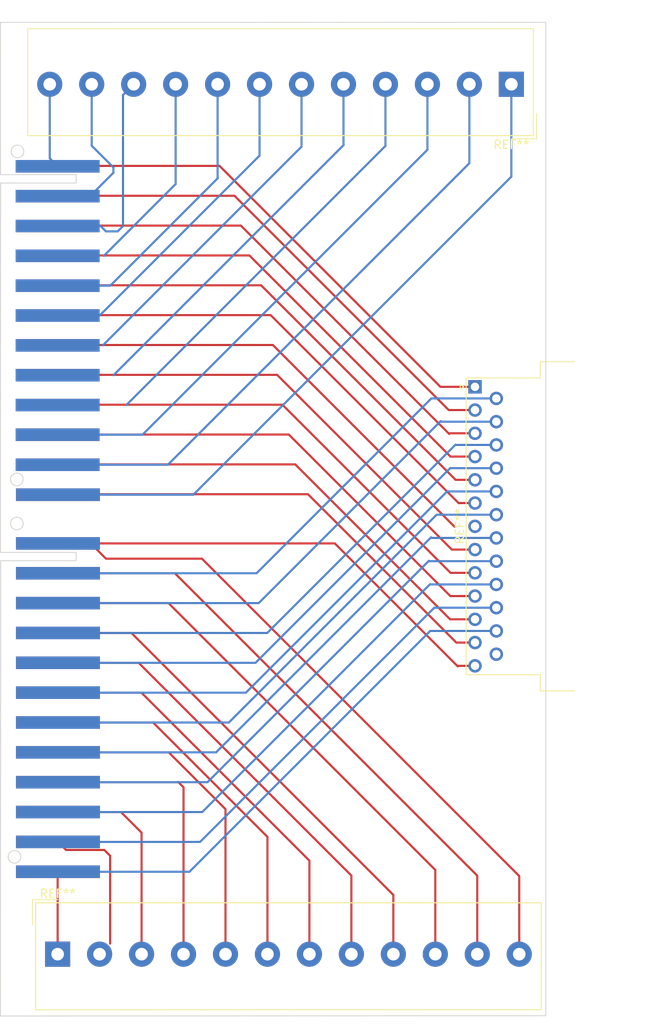
<source format=kicad_pcb>
(kicad_pcb (version 20221018) (generator pcbnew)
  (layers (0 "F.Cu" signal) (31 "B.Cu" signal) (34 "B.Paste" user) (35 "F.Paste" user) (36 "B.SilkS" user "B.Silkscreen") (37 "F.SilkS" user "F.Silkscreen") (38 "B.Mask" user) (39 "F.Mask" user) (44 "Edge.Cuts" user))
  (net 0 "")
  (footprint "" (layer "F.Cu") (at 117.944178 88)
    (fp_text reference "" (at 0 0) (layer "F.SilkS") (effects (font (size 1.27 1.27))))
    (fp_text value "" (at 0 0) (layer "F.SilkS") (effects (font (size 1.27 1.27))))
    (pad "9" smd rect (at 0 0 90) (size 1.5 10) (layers "F.Cu" "F.Paste" "F.Mask"))
  )
  (footprint "infnoise_goldfingers:Gold Finger PCB" (layer "F.Cu") (at 123.569728 124.04 -90)
    (fp_text reference "SW2" hide)
    (fp_text value "MC74VHC1G66DFT1G" hide)
    (pad "1" smd rect (at -19.558 5.588 270) (size 1.5 10) (layers "F.Cu" "F.Paste" "F.Mask"))
    (pad "2" smd rect (at -16.002 5.588 270) (size 1.5 10) (layers "F.Cu" "F.Paste" "F.Mask"))
    (pad "3" smd rect (at -12.446 5.588 270) (size 1.5 10) (layers "F.Cu" "F.Paste" "F.Mask"))
    (pad "4" smd rect (at -8.89 5.588 270) (size 1.5 10) (layers "F.Cu" "F.Paste" "F.Mask"))
    (pad "5" smd rect (at -5.334 5.588 270) (size 1.5 10) (layers "F.Cu" "F.Paste" "F.Mask"))
    (pad "6" smd rect (at -1.778 5.588 270) (size 1.5 10) (layers "F.Cu" "F.Paste" "F.Mask"))
    (pad "7" smd rect (at 1.778 5.588 270) (size 1.5 10) (layers "F.Cu" "F.Paste" "F.Mask"))
    (pad "8" smd rect (at 5.334 5.588 270) (size 1.5 10) (layers "F.Cu" "F.Paste" "F.Mask"))
    (pad "9" smd rect (at 8.89 5.588 270) (size 1.5 10) (layers "F.Cu" "F.Paste" "F.Mask"))
    (pad "10" smd rect (at 12.446 5.588 270) (size 1.5 10) (layers "F.Cu" "F.Paste" "F.Mask"))
    (pad "11" smd rect (at 16.002 5.588 270) (size 1.5 10) (layers "F.Cu" "F.Paste" "F.Mask"))
    (pad "12" smd rect (at 19.558 5.588 270) (size 1.5 10) (layers "F.Cu" "F.Paste" "F.Mask"))
  )
  (footprint "" (layer "F.Cu") (at 117.944178 63.108)
    (fp_text reference "" (at 0 0) (layer "F.SilkS") (effects (font (size 1.27 1.27))))
    (fp_text value "" (at 0 0) (layer "F.SilkS") (effects (font (size 1.27 1.27))))
    (pad "2" smd rect (at 0 0 90) (size 1.5 10) (layers "F.Cu" "F.Paste" "F.Mask"))
  )
  (footprint "" (layer "F.Cu") (at 117.944178 80.888)
    (fp_text reference "" (at 0 0) (layer "F.SilkS") (effects (font (size 1.27 1.27))))
    (fp_text value "" (at 0 0) (layer "F.SilkS") (effects (font (size 1.27 1.27))))
    (pad "7" smd rect (at 0 0 90) (size 1.5 10) (layers "F.Cu" "F.Paste" "F.Mask"))
  )
  (footprint "" (layer "F.Cu") (at 117.944178 91.532)
    (fp_text reference "" (at 0 0) (layer "F.SilkS") (effects (font (size 1.27 1.27))))
    (fp_text value "" (at 0 0) (layer "F.SilkS") (effects (font (size 1.27 1.27))))
    (pad "10" smd rect (at 0 0 90) (size 1.5 10) (layers "F.Cu" "F.Paste" "F.Mask"))
  )
  (footprint "infnoise_goldfingers:Gold Finger single" (layer "F.Cu") (at 112.356178 39.994 90)
    (fp_text reference "SW2" hide)
    (fp_text value "MC74VHC1G66DFT1G" hide)
    (pad "1" smd rect (at -19.558 5.588 90) (size 1.5 10) (layers "F.Cu" "F.Paste" "F.Mask"))
  )
  (footprint "" (layer "F.Cu") (at 117.944178 70.22)
    (fp_text reference "" (at 0 0) (layer "F.SilkS") (effects (font (size 1.27 1.27))))
    (fp_text value "" (at 0 0) (layer "F.SilkS") (effects (font (size 1.27 1.27))))
    (pad "4" smd rect (at 0 0 90) (size 1.5 10) (layers "F.Cu" "F.Paste" "F.Mask"))
  )
  (footprint "TerminalBlock_Altech:Altech_AK300_1x12_P5.00mm_45-Degree" (layer "F.Cu") (at 171.999996 49.784 180)
    (fp_text reference "REF**" (at 0 -7.2) (layer "F.SilkS"))
    (fp_text value "Altech_AK300_1x12_P5.00mm_45-Degree")
    (fp_line (start -3 -6.5) (end 0 -6.5) (stroke (width 0.12)) (layer "F.SilkS"))
    (fp_line (start -3 -3.5) (end -3 -6.5) (stroke (width 0.12)) (layer "F.SilkS"))
    (fp_line (start -2.62 -6.12) (end -2.62 6.62) (stroke (width 0.12)) (layer "F.SilkS"))
    (fp_line (start -2.62 -6.12) (end -2.62 6.62) (stroke (width 0.12)) (layer "F.SilkS"))
    (fp_line (start -2.62 -6.12) (end 57.62 -6.12) (stroke (width 0.12)) (layer "F.SilkS"))
    (fp_line (start -2.62 -6.12) (end 57.62 -6.12) (stroke (width 0.12)) (layer "F.SilkS"))
    (fp_line (start -2.62 6.62) (end 57.62 6.62) (stroke (width 0.12)) (layer "F.SilkS"))
    (fp_line (start -2.62 6.62) (end 57.62 6.62) (stroke (width 0.12)) (layer "F.SilkS"))
    (fp_line (start 57.62 -6.12) (end 57.62 6.62) (stroke (width 0.12)) (layer "F.SilkS"))
    (fp_line (start 57.62 -6.12) (end 57.62 6.62) (stroke (width 0.12)) (layer "F.SilkS"))
    (pad "1" thru_hole rect (at 0 0 180) (size 3 3) (drill 1.5) (layers "*.Cu" "*.Mask"))
    (pad "2" thru_hole circle (at 5 0 180) (size 3 3) (drill 1.5) (layers "*.Cu" "*.Mask"))
    (pad "3" thru_hole circle (at 10 0 180) (size 3 3) (drill 1.5) (layers "*.Cu" "*.Mask"))
    (pad "4" thru_hole circle (at 15 0 180) (size 3 3) (drill 1.5) (layers "*.Cu" "*.Mask"))
    (pad "5" thru_hole circle (at 20 0 180) (size 3 3) (drill 1.5) (layers "*.Cu" "*.Mask"))
    (pad "6" thru_hole circle (at 25 0 180) (size 3 3) (drill 1.5) (layers "*.Cu" "*.Mask"))
    (pad "7" thru_hole circle (at 30 0 180) (size 3 3) (drill 1.5) (layers "*.Cu" "*.Mask"))
    (pad "8" thru_hole circle (at 35 0 180) (size 3 3) (drill 1.5) (layers "*.Cu" "*.Mask"))
    (pad "9" thru_hole circle (at 40 0 180) (size 3 3) (drill 1.5) (layers "*.Cu" "*.Mask"))
    (pad "10" thru_hole circle (at 45 0 180) (size 3 3) (drill 1.5) (layers "*.Cu" "*.Mask"))
    (pad "11" thru_hole circle (at 50 0 180) (size 3 3) (drill 1.5) (layers "*.Cu" "*.Mask"))
    (pad "12" thru_hole circle (at 55 0 180) (size 3 3) (drill 1.5) (layers "*.Cu" "*.Mask"))
  )
  (footprint "Connector_Dsub:DSUB-25_Female_Horizontal_P2.77x2.54mm_EdgePinOffset9.40mm" (layer "F.Cu") (at 167.669647 85.825 90)
    (fp_text reference "REF**" (at -16.62 -1.8 90) (layer "F.SilkS"))
    (fp_text value "DSUB-25_Female_Horizontal_P2.77x2.54mm_EdgePinOffset9.40mm")
    (fp_line (start -36.23 7.78) (end -34.3 7.78) (stroke (width 0.12)) (layer "F.SilkS"))
    (fp_line (start -36.23 11.88) (end -36.23 7.78) (stroke (width 0.12)) (layer "F.SilkS"))
    (fp_line (start -34.3 -1.06) (end 1.06 -1.06) (stroke (width 0.12)) (layer "F.SilkS"))
    (fp_line (start -34.3 7.78) (end -34.3 -1.06) (stroke (width 0.12)) (layer "F.SilkS"))
    (fp_line (start -0.25 -1.754338) (end 0.25 -1.754338) (stroke (width 0.12)) (layer "F.SilkS"))
    (fp_line (start 0 -1.321325) (end -0.25 -1.754338) (stroke (width 0.12)) (layer "F.SilkS"))
    (fp_line (start 0.25 -1.754338) (end 0 -1.321325) (stroke (width 0.12)) (layer "F.SilkS"))
    (fp_line (start 1.06 -1.06) (end 1.06 7.78) (stroke (width 0.12)) (layer "F.SilkS"))
    (fp_line (start 1.06 7.78) (end 2.99 7.78) (stroke (width 0.12)) (layer "F.SilkS"))
    (fp_line (start 2.99 7.78) (end 2.99 11.88) (stroke (width 0.12)) (layer "F.SilkS"))
    (pad "1" thru_hole rect (at 0 0 90) (size 1.6 1.6) (drill 1) (layers "*.Cu" "*.Mask"))
    (pad "2" thru_hole circle (at -2.77 0 90) (size 1.6 1.6) (drill 1) (layers "*.Cu" "*.Mask"))
    (pad "3" thru_hole circle (at -5.54 0 90) (size 1.6 1.6) (drill 1) (layers "*.Cu" "*.Mask"))
    (pad "4" thru_hole circle (at -8.31 0 90) (size 1.6 1.6) (drill 1) (layers "*.Cu" "*.Mask"))
    (pad "5" thru_hole circle (at -11.08 0 90) (size 1.6 1.6) (drill 1) (layers "*.Cu" "*.Mask"))
    (pad "6" thru_hole circle (at -13.85 0 90) (size 1.6 1.6) (drill 1) (layers "*.Cu" "*.Mask"))
    (pad "7" thru_hole circle (at -16.62 0 90) (size 1.6 1.6) (drill 1) (layers "*.Cu" "*.Mask"))
    (pad "8" thru_hole circle (at -19.39 0 90) (size 1.6 1.6) (drill 1) (layers "*.Cu" "*.Mask"))
    (pad "9" thru_hole circle (at -22.16 0 90) (size 1.6 1.6) (drill 1) (layers "*.Cu" "*.Mask"))
    (pad "10" thru_hole circle (at -24.93 0 90) (size 1.6 1.6) (drill 1) (layers "*.Cu" "*.Mask"))
    (pad "11" thru_hole circle (at -27.7 0 90) (size 1.6 1.6) (drill 1) (layers "*.Cu" "*.Mask"))
    (pad "12" thru_hole circle (at -30.47 0 90) (size 1.6 1.6) (drill 1) (layers "*.Cu" "*.Mask"))
    (pad "13" thru_hole circle (at -33.24 0 90) (size 1.6 1.6) (drill 1) (layers "*.Cu" "*.Mask"))
    (pad "14" thru_hole circle (at -1.385 2.54 90) (size 1.6 1.6) (drill 1) (layers "*.Cu" "*.Mask"))
    (pad "15" thru_hole circle (at -4.155 2.54 90) (size 1.6 1.6) (drill 1) (layers "*.Cu" "*.Mask"))
    (pad "16" thru_hole circle (at -6.925 2.54 90) (size 1.6 1.6) (drill 1) (layers "*.Cu" "*.Mask"))
    (pad "17" thru_hole circle (at -9.695 2.54 90) (size 1.6 1.6) (drill 1) (layers "*.Cu" "*.Mask"))
    (pad "18" thru_hole circle (at -12.465 2.54 90) (size 1.6 1.6) (drill 1) (layers "*.Cu" "*.Mask"))
    (pad "19" thru_hole circle (at -15.235 2.54 90) (size 1.6 1.6) (drill 1) (layers "*.Cu" "*.Mask"))
    (pad "20" thru_hole circle (at -18.005 2.54 90) (size 1.6 1.6) (drill 1) (layers "*.Cu" "*.Mask"))
    (pad "21" thru_hole circle (at -20.775 2.54 90) (size 1.6 1.6) (drill 1) (layers "*.Cu" "*.Mask"))
    (pad "22" thru_hole circle (at -23.545 2.54 90) (size 1.6 1.6) (drill 1) (layers "*.Cu" "*.Mask"))
    (pad "23" thru_hole circle (at -26.315 2.54 90) (size 1.6 1.6) (drill 1) (layers "*.Cu" "*.Mask"))
    (pad "24" thru_hole circle (at -29.085 2.54 90) (size 1.6 1.6) (drill 1) (layers "*.Cu" "*.Mask"))
    (pad "25" thru_hole circle (at -31.855 2.54 90) (size 1.6 1.6) (drill 1) (layers "*.Cu" "*.Mask"))
  )
  (footprint "" (layer "F.Cu") (at 117.944178 84.444)
    (fp_text reference "" (at 0 0) (layer "F.SilkS") (effects (font (size 1.27 1.27))))
    (fp_text value "" (at 0 0) (layer "F.SilkS") (effects (font (size 1.27 1.27))))
    (pad "8" smd rect (at 0 0 90) (size 1.5 10) (layers "F.Cu" "F.Paste" "F.Mask"))
  )
  (footprint "TerminalBlock_Altech:Altech_AK300_1x12_P5.00mm_45-Degree" (layer "F.Cu") (at 117.940996 153.416)
    (fp_text reference "REF**" (at 0 -7.2) (layer "F.SilkS"))
    (fp_text value "Altech_AK300_1x12_P5.00mm_45-Degree")
    (fp_line (start -3 -6.5) (end 0 -6.5) (stroke (width 0.12)) (layer "F.SilkS"))
    (fp_line (start -3 -3.5) (end -3 -6.5) (stroke (width 0.12)) (layer "F.SilkS"))
    (fp_line (start -2.62 -6.12) (end -2.62 6.62) (stroke (width 0.12)) (layer "F.SilkS"))
    (fp_line (start -2.62 -6.12) (end -2.62 6.62) (stroke (width 0.12)) (layer "F.SilkS"))
    (fp_line (start -2.62 -6.12) (end 57.62 -6.12) (stroke (width 0.12)) (layer "F.SilkS"))
    (fp_line (start -2.62 -6.12) (end 57.62 -6.12) (stroke (width 0.12)) (layer "F.SilkS"))
    (fp_line (start -2.62 6.62) (end 57.62 6.62) (stroke (width 0.12)) (layer "F.SilkS"))
    (fp_line (start -2.62 6.62) (end 57.62 6.62) (stroke (width 0.12)) (layer "F.SilkS"))
    (fp_line (start 57.62 -6.12) (end 57.62 6.62) (stroke (width 0.12)) (layer "F.SilkS"))
    (fp_line (start 57.62 -6.12) (end 57.62 6.62) (stroke (width 0.12)) (layer "F.SilkS"))
    (pad "1" thru_hole rect (at 0 0) (size 3 3) (drill 1.5) (layers "*.Cu" "*.Mask"))
    (pad "2" thru_hole circle (at 5 0) (size 3 3) (drill 1.5) (layers "*.Cu" "*.Mask"))
    (pad "3" thru_hole circle (at 10 0) (size 3 3) (drill 1.5) (layers "*.Cu" "*.Mask"))
    (pad "4" thru_hole circle (at 15 0) (size 3 3) (drill 1.5) (layers "*.Cu" "*.Mask"))
    (pad "5" thru_hole circle (at 20 0) (size 3 3) (drill 1.5) (layers "*.Cu" "*.Mask"))
    (pad "6" thru_hole circle (at 25 0) (size 3 3) (drill 1.5) (layers "*.Cu" "*.Mask"))
    (pad "7" thru_hole circle (at 30 0) (size 3 3) (drill 1.5) (layers "*.Cu" "*.Mask"))
    (pad "8" thru_hole circle (at 35 0) (size 3 3) (drill 1.5) (layers "*.Cu" "*.Mask"))
    (pad "9" thru_hole circle (at 40 0) (size 3 3) (drill 1.5) (layers "*.Cu" "*.Mask"))
    (pad "10" thru_hole circle (at 45 0) (size 3 3) (drill 1.5) (layers "*.Cu" "*.Mask"))
    (pad "11" thru_hole circle (at 50 0) (size 3 3) (drill 1.5) (layers "*.Cu" "*.Mask"))
    (pad "12" thru_hole circle (at 55 0) (size 3 3) (drill 1.5) (layers "*.Cu" "*.Mask"))
  )
  (footprint "infnoise_goldfingers:Gold Finger single" (layer "F.Cu") (at 112.394982 79.121 90)
    (fp_text reference "SW2" hide)
    (fp_text value "MC74VHC1G66DFT1G" hide)
    (pad "12" smd rect (at -19.558 5.588 90) (size 1.5 10) (layers "F.Cu" "F.Paste" "F.Mask"))
  )
  (footprint "" (layer "F.Cu") (at 117.944178 95.112)
    (fp_text reference "" (at 0 0) (layer "F.SilkS") (effects (font (size 1.27 1.27))))
    (fp_text value "" (at 0 0) (layer "F.SilkS") (effects (font (size 1.27 1.27))))
    (pad "11" smd rect (at 0 0 90) (size 1.5 10) (layers "F.Cu" "F.Paste" "F.Mask"))
  )
  (footprint "" (layer "F.Cu") (at 117.944178 77.332)
    (fp_text reference "" (at 0 0) (layer "F.SilkS") (effects (font (size 1.27 1.27))))
    (fp_text value "" (at 0 0) (layer "F.SilkS") (effects (font (size 1.27 1.27))))
    (pad "6" smd rect (at 0 0 90) (size 1.5 10) (layers "F.Cu" "F.Paste" "F.Mask"))
  )
  (footprint "" (layer "F.Cu") (at 117.944178 66.664)
    (fp_text reference "" (at 0 0) (layer "F.SilkS") (effects (font (size 1.27 1.27))))
    (fp_text value "" (at 0 0) (layer "F.SilkS") (effects (font (size 1.27 1.27))))
    (pad "3" smd rect (at 0 0 90) (size 1.5 10) (layers "F.Cu" "F.Paste" "F.Mask"))
  )
  (footprint "" (layer "F.Cu") (at 117.944178 73.776)
    (fp_text reference "" (at 0 0) (layer "F.SilkS") (effects (font (size 1.27 1.27))))
    (fp_text value "" (at 0 0) (layer "F.SilkS") (effects (font (size 1.27 1.27))))
    (pad "5" smd rect (at 0 0 90) (size 1.5 10) (layers "F.Cu" "F.Paste" "F.Mask"))
  )
  (footprint "" (layer "B.Cu") (at 117.981728 125.818 180)
    (fp_text reference "" (at 0 0) (layer "B.SilkS") (effects (font (size 1.27 1.27)) (justify mirror)))
    (fp_text value "" (at 0 0) (layer "B.SilkS") (effects (font (size 1.27 1.27)) (justify mirror)))
    (pad "7" smd rect (at 0 0 90) (size 1.5 10) (layers "B.Cu" "B.Paste" "B.Mask"))
  )
  (footprint "" (layer "B.Cu") (at 117.981728 129.374 180)
    (fp_text reference "" (at 0 0) (layer "B.SilkS") (effects (font (size 1.27 1.27)) (justify mirror)))
    (fp_text value "" (at 0 0) (layer "B.SilkS") (effects (font (size 1.27 1.27)) (justify mirror)))
    (pad "8" smd rect (at 0 0 90) (size 1.5 10) (layers "B.Cu" "B.Paste" "B.Mask"))
  )
  (footprint "infnoise_goldfingers:Gold Finger single" (layer "B.Cu") (at 112.393728 124.04 -90)
    (fp_text reference "SW2" hide)
    (fp_text value "MC74VHC1G66DFT1G" hide)
    (pad "1" smd rect (at -19.558 -5.588 270) (size 1.5 10) (layers "B.Cu" "B.Paste" "B.Mask"))
  )
  (footprint "" (layer "B.Cu") (at 117.981728 111.594 180)
    (fp_text reference "" (at 0 0) (layer "B.SilkS") (effects (font (size 1.27 1.27)) (justify mirror)))
    (fp_text value "" (at 0 0) (layer "B.SilkS") (effects (font (size 1.27 1.27)) (justify mirror)))
    (pad "3" smd rect (at 0 0 90) (size 1.5 10) (layers "B.Cu" "B.Paste" "B.Mask"))
  )
  (footprint "" (layer "B.Cu") (at 117.981728 132.93 180)
    (fp_text reference "" (at 0 0) (layer "B.SilkS") (effects (font (size 1.27 1.27)) (justify mirror)))
    (fp_text value "" (at 0 0) (layer "B.SilkS") (effects (font (size 1.27 1.27)) (justify mirror)))
    (pad "9" smd rect (at 0 0 90) (size 1.5 10) (layers "B.Cu" "B.Paste" "B.Mask"))
  )
  (footprint "" (layer "B.Cu") (at 117.981728 115.15 180)
    (fp_text reference "" (at 0 0) (layer "B.SilkS") (effects (font (size 1.27 1.27)) (justify mirror)))
    (fp_text value "" (at 0 0) (layer "B.SilkS") (effects (font (size 1.27 1.27)) (justify mirror)))
    (pad "4" smd rect (at 0 0 90) (size 1.5 10) (layers "B.Cu" "B.Paste" "B.Mask"))
  )
  (footprint "" (layer "B.Cu") (at 117.981728 140.042 180)
    (fp_text reference "" (at 0 0) (layer "B.SilkS") (effects (font (size 1.27 1.27)) (justify mirror)))
    (fp_text value "" (at 0 0) (layer "B.SilkS") (effects (font (size 1.27 1.27)) (justify mirror)))
    (pad "11" smd rect (at 0 0 90) (size 1.5 10) (layers "B.Cu" "B.Paste" "B.Mask"))
  )
  (footprint "" (layer "B.Cu") (at 117.981728 143.598 180)
    (fp_text reference "" (at 0 0) (layer "B.SilkS") (effects (font (size 1.27 1.27)) (justify mirror)))
    (fp_text value "" (at 0 0) (layer "B.SilkS") (effects (font (size 1.27 1.27)) (justify mirror)))
    (pad "12" smd rect (at 0 0 90) (size 1.5 10) (layers "B.Cu" "B.Paste" "B.Mask"))
  )
  (footprint "" (layer "B.Cu") (at 117.981728 108.038 180)
    (fp_text reference "" (at 0 0) (layer "B.SilkS") (effects (font (size 1.27 1.27)) (justify mirror)))
    (fp_text value "" (at 0 0) (layer "B.SilkS") (effects (font (size 1.27 1.27)) (justify mirror)))
    (pad "2" smd rect (at 0 0 90) (size 1.5 10) (layers "B.Cu" "B.Paste" "B.Mask"))
  )
  (footprint "" (layer "B.Cu") (at 117.981728 118.706 180)
    (fp_text reference "" (at 0 0) (layer "B.SilkS") (effects (font (size 1.27 1.27)) (justify mirror)))
    (fp_text value "" (at 0 0) (layer "B.SilkS") (effects (font (size 1.27 1.27)) (justify mirror)))
    (pad "5" smd rect (at 0 0 90) (size 1.5 10) (layers "B.Cu" "B.Paste" "B.Mask"))
  )
  (footprint "" (layer "B.Cu") (at 117.981728 122.262 180)
    (fp_text reference "" (at 0 0) (layer "B.SilkS") (effects (font (size 1.27 1.27)) (justify mirror)))
    (fp_text value "" (at 0 0) (layer "B.SilkS") (effects (font (size 1.27 1.27)) (justify mirror)))
    (pad "6" smd rect (at 0 0 90) (size 1.5 10) (layers "B.Cu" "B.Paste" "B.Mask"))
  )
  (footprint "" (layer "B.Cu") (at 117.981728 136.486 180)
    (fp_text reference "" (at 0 0) (layer "B.SilkS") (effects (font (size 1.27 1.27)) (justify mirror)))
    (fp_text value "" (at 0 0) (layer "B.SilkS") (effects (font (size 1.27 1.27)) (justify mirror)))
    (pad "10" smd rect (at 0 0 90) (size 1.5 10) (layers "B.Cu" "B.Paste" "B.Mask"))
  )
  (footprint "infnoise_goldfingers:Gold Finger PCB bottom" (layer "B.Cu") (at 112.356178 77.054 -90)
    (fp_text reference "SW2" hide)
    (fp_text value "MC74VHC1G66DFT1G" hide)
    (pad "1" smd rect (at 21.625 -5.626804 270) (size 1.5 10) (layers "B.Cu" "B.Paste" "B.Mask"))
    (pad "2" smd rect (at 18.058 -5.588 270) (size 1.5 10) (layers "B.Cu" "B.Paste" "B.Mask"))
    (pad "3" smd rect (at 14.478 -5.588 270) (size 1.5 10) (layers "B.Cu" "B.Paste" "B.Mask"))
    (pad "4" smd rect (at 10.946 -5.588 270) (size 1.5 10) (layers "B.Cu" "B.Paste" "B.Mask"))
    (pad "5" smd rect (at 7.39 -5.588 270) (size 1.5 10) (layers "B.Cu" "B.Paste" "B.Mask"))
    (pad "6" smd rect (at 3.834 -5.588 270) (size 1.5 10) (layers "B.Cu" "B.Paste" "B.Mask"))
    (pad "7" smd rect (at 0.278 -5.588 270) (size 1.5 10) (layers "B.Cu" "B.Paste" "B.Mask"))
    (pad "8" smd rect (at -3.278 -5.588 270) (size 1.5 10) (layers "B.Cu" "B.Paste" "B.Mask"))
    (pad "9" smd rect (at -6.834 -5.588 270) (size 1.5 10) (layers "B.Cu" "B.Paste" "B.Mask"))
    (pad "10" smd rect (at -10.39 -5.588 270) (size 1.5 10) (layers "B.Cu" "B.Paste" "B.Mask"))
    (pad "11" smd rect (at -13.946 -5.588 270) (size 1.5 10) (layers "B.Cu" "B.Paste" "B.Mask"))
    (pad "12" smd rect (at -17.502 -5.588 270) (size 1.5 10) (layers "B.Cu" "B.Paste" "B.Mask"))
  )
  (gr_line (start 120.14998 106.55) (end 111.16385 106.544279) (stroke (width 0.1)) (layer "Edge.Cuts"))
  (gr_line (start 120.14998 60.55) (end 120.14998 61.55) (stroke (width 0.1)) (layer "Edge.Cuts"))
  (gr_line (start 120.14998 60.55) (end 111.136278 60.548294) (stroke (width 0.1)) (layer "Edge.Cuts"))
  (gr_line (start 176.09998 160.75) (end 176.09998 42.4) (stroke (width 0.1)) (layer "Edge.Cuts"))
  (gr_line (start 111.124996 160.782) (end 176.09998 160.75) (stroke (width 0.1)) (layer "Edge.Cuts"))
  (gr_line (start 111.16385 106.544279) (end 111.124996 160.782) (stroke (width 0.1)) (layer "Edge.Cuts"))
  (gr_line (start 120.14998 61.55) (end 111.147457 61.548738) (stroke (width 0.1)) (layer "Edge.Cuts"))
  (gr_line (start 111.124996 42.418) (end 111.136278 60.548294) (stroke (width 0.1)) (layer "Edge.Cuts"))
  (gr_line (start 176.09998 42.4) (end 111.124996 42.418) (stroke (width 0.1)) (layer "Edge.Cuts"))
  (gr_circle (center 113.07998 96.855282) (end 113.47998 97.495282) (stroke (width 0.1)) (fill none) (layer "Edge.Cuts"))
  (gr_circle (center 113.15998 57.785282) (end 113.55998 58.425282) (stroke (width 0.1)) (fill none) (layer "Edge.Cuts"))
  (gr_circle (center 112.79998 141.815282) (end 113.19998 142.455282) (stroke (width 0.1)) (fill none) (layer "Edge.Cuts"))
  (gr_line (start 120.14998 105.55) (end 120.14998 106.55) (stroke (width 0.1)) (layer "Edge.Cuts"))
  (gr_circle (center 113.07998 102.11) (end 113.47998 102.75) (stroke (width 0.1)) (fill none) (layer "Edge.Cuts"))
  (gr_line (start 111.147457 61.548738) (end 111.126124 105.550821) (stroke (width 0.1)) (layer "Edge.Cuts"))
  (gr_line (start 120.14998 105.55) (end 111.126124 105.550821) (stroke (width 0.1)) (layer "Edge.Cuts"))
  (segment (start 123.697996 106.299) (end 135.127996 106.299) (width 0.25) (layer "F.Cu") (net 0))
  (segment (start 117.981728 122.262) (end 127.926196 122.262) (width 0.25) (layer "F.Cu") (net 0))
  (segment (start 127.595996 118.706) (end 152.940996 144.051) (width 0.25) (layer "F.Cu") (net 0))
  (segment (start 117.925928 91.512) (end 145.48698 91.512) (width 0.25) (layer "F.Cu") (net 0))
  (segment (start 164.70598 113.525) (end 167.669647 113.525) (width 0.25) (layer "F.Cu") (net 0))
  (segment (start 165.73498 99.695) (end 165.75498 99.675) (width 0) (layer "F.Cu") (net 0))
  (segment (start 117.981728 115.15) (end 126.732396 115.15) (width 0.25) (layer "F.Cu") (net 0))
  (segment (start 122.940996 153.416) (end 124.199996 152.157) (width 0) (layer "F.Cu") (net 0))
  (segment (start 165.35798 96.905) (end 167.669647 96.905) (width 0.25) (layer "F.Cu") (net 0))
  (segment (start 127.926196 122.262) (end 147.940996 142.2768) (width 0.25) (layer "F.Cu") (net 0))
  (segment (start 117.981728 104.482) (end 121.880996 104.482) (width 0.25) (layer "F.Cu") (net 0))
  (segment (start 117.981728 118.706) (end 127.595996 118.706) (width 0.25) (layer "F.Cu") (net 0))
  (segment (start 165.66898 119.065) (end 167.669647 119.065) (width 0.25) (layer "F.Cu") (net 0))
  (segment (start 147.77298 98.624) (end 165.44398 116.295) (width 0.25) (layer "F.Cu") (net 0))
  (segment (start 131.151996 111.594) (end 162.940996 143.383) (width 0.25) (layer "F.Cu") (net 0))
  (segment (start 117.925928 95.068) (end 146.24898 95.068) (width 0.25) (layer "F.Cu") (net 0))
  (segment (start 117.925928 77.288) (end 143.32798 77.288) (width 0.25) (layer "F.Cu") (net 0))
  (segment (start 117.940996 143.638732) (end 117.981728 143.598) (width 0) (layer "F.Cu") (net 0))
  (segment (start 117.925928 98.624) (end 147.77298 98.624) (width 0.25) (layer "F.Cu") (net 0))
  (segment (start 117.981728 129.374) (end 131.173996 129.374) (width 0.25) (layer "F.Cu") (net 0))
  (segment (start 144.08998 84.4) (end 164.90498 105.215) (width 0.25) (layer "F.Cu") (net 0))
  (segment (start 131.913996 108.038) (end 167.940996 144.065) (width 0.25) (layer "F.Cu") (net 0))
  (segment (start 132.299996 132.9) (end 132.269996 132.93) (width 0.25) (layer "F.Cu") (net 0))
  (segment (start 117.940996 153.416) (end 117.940996 143.638732) (width 0.25) (layer "F.Cu") (net 0))
  (segment (start 165.27098 102.445) (end 167.669647 102.445) (width 0) (layer "F.Cu") (net 0))
  (segment (start 117.981728 111.594) (end 131.151996 111.594) (width 0.25) (layer "F.Cu") (net 0))
  (segment (start 117.925928 84.4) (end 144.08998 84.4) (width 0.25) (layer "F.Cu") (net 0))
  (segment (start 162.940996 143.383) (end 162.940996 153.416) (width 0.25) (layer "F.Cu") (net 0))
  (segment (start 165.75498 99.675) (end 167.669647 99.675) (width 0.25) (layer "F.Cu") (net 0))
  (segment (start 117.925928 63.064) (end 139.00998 63.064) (width 0.25) (layer "F.Cu") (net 0))
  (segment (start 139.77198 66.62) (end 164.59198 91.44) (width 0.25) (layer "F.Cu") (net 0))
  (segment (start 129.317996 125.818) (end 142.940996 139.441) (width 0.25) (layer "F.Cu") (net 0))
  (segment (start 142.940996 139.441) (end 142.940996 153.416) (width 0.25) (layer "F.Cu") (net 0))
  (segment (start 164.59198 91.44) (end 164.66698 91.365) (width 0) (layer "F.Cu") (net 0))
  (segment (start 132.940996 133.541) (end 132.299996 132.9) (width 0.25) (layer "F.Cu") (net 0))
  (segment (start 117.925928 59.508) (end 137.23198 59.508) (width 0.25) (layer "F.Cu") (net 0))
  (segment (start 117.981728 125.818) (end 129.317996 125.818) (width 0.25) (layer "F.Cu") (net 0))
  (segment (start 117.925928 87.956) (end 144.72498 87.956) (width 0.25) (layer "F.Cu") (net 0))
  (segment (start 117.981728 108.038) (end 131.913996 108.038) (width 0.25) (layer "F.Cu") (net 0))
  (segment (start 144.72498 87.956) (end 164.75398 107.985) (width 0.25) (layer "F.Cu") (net 0))
  (segment (start 117.925928 73.732) (end 142.18498 73.732) (width 0.25) (layer "F.Cu") (net 0))
  (segment (start 164.74698 94.135) (end 167.669647 94.135) (width 0.25) (layer "F.Cu") (net 0))
  (segment (start 121.880996 104.482) (end 123.697996 106.299) (width 0.25) (layer "F.Cu") (net 0))
  (segment (start 117.925928 66.62) (end 139.77198 66.62) (width 0.25) (layer "F.Cu") (net 0))
  (segment (start 137.940996 136.141) (end 137.940996 153.416) (width 0.25) (layer "F.Cu") (net 0))
  (segment (start 145.48698 91.512) (end 164.72998 110.755) (width 0.25) (layer "F.Cu") (net 0))
  (segment (start 131.173996 129.374) (end 137.940996 136.141) (width 0.25) (layer "F.Cu") (net 0))
  (segment (start 147.940996 142.2768) (end 147.940996 153.416) (width 0.25) (layer "F.Cu") (net 0))
  (segment (start 124.199996 152.157) (end 124.199996 141.7) (width 0.25) (layer "F.Cu") (net 0))
  (segment (start 163.54898 85.825) (end 167.669647 85.825) (width 0.25) (layer "F.Cu") (net 0))
  (segment (start 150.96398 104.482) (end 165.60798 119.126) (width 0.25) (layer "F.Cu") (net 0))
  (segment (start 125.485996 136.486) (end 117.981728 136.486) (width 0.25) (layer "F.Cu") (net 0))
  (segment (start 143.32798 77.288) (end 165.73498 99.695) (width 0.25) (layer "F.Cu") (net 0))
  (segment (start 143.58198 80.844) (end 165.22698 102.489) (width 0.25) (layer "F.Cu") (net 0))
  (segment (start 139.00998 63.064) (end 164.54098 88.595) (width 0.25) (layer "F.Cu") (net 0))
  (segment (start 123.499996 141) (end 118.939728 141) (width 0.25) (layer "F.Cu") (net 0))
  (segment (start 118.939728 141) (end 117.981728 140.042) (width 0.25) (layer "F.Cu") (net 0))
  (segment (start 124.199996 141.7) (end 123.499996 141) (width 0.25) (layer "F.Cu") (net 0))
  (segment (start 164.75398 107.985) (end 167.669647 107.985) (width 0.25) (layer "F.Cu") (net 0))
  (segment (start 117.925928 70.176) (end 140.78798 70.176) (width 0.25) (layer "F.Cu") (net 0))
  (segment (start 127.940996 153.416) (end 127.940996 138.941) (width 0.25) (layer "F.Cu") (net 0))
  (segment (start 127.940996 138.941) (end 125.485996 136.486) (width 0.25) (layer "F.Cu") (net 0))
  (segment (start 157.940996 146.3586) (end 157.940996 153.416) (width 0.25) (layer "F.Cu") (net 0))
  (segment (start 165.44398 116.295) (end 167.669647 116.295) (width 0.25) (layer "F.Cu") (net 0))
  (segment (start 164.90498 105.215) (end 167.669647 105.215) (width 0.25) (layer "F.Cu") (net 0))
  (segment (start 117.925928 80.844) (end 143.58198 80.844) (width 0.25) (layer "F.Cu") (net 0))
  (segment (start 142.18498 73.732) (end 165.35798 96.905) (width 0.25) (layer "F.Cu") (net 0))
  (segment (start 165.22698 102.489) (end 165.27098 102.445) (width 0) (layer "F.Cu") (net 0))
  (segment (start 164.54098 88.595) (end 167.669647 88.595) (width 0.25) (layer "F.Cu") (net 0))
  (segment (start 126.732396 115.15) (end 157.940996 146.3586) (width 0.25) (layer "F.Cu") (net 0))
  (segment (start 135.127996 106.299) (end 172.940996 144.112) (width 0.25) (layer "F.Cu") (net 0))
  (segment (start 117.981728 104.482) (end 150.96398 104.482) (width 0.25) (layer "F.Cu") (net 0))
  (segment (start 164.72998 110.755) (end 167.669647 110.755) (width 0.25) (layer "F.Cu") (net 0))
  (segment (start 137.23198 59.508) (end 163.54898 85.825) (width 0.25) (layer "F.Cu") (net 0))
  (segment (start 167.940996 144.065) (end 167.940996 153.416) (width 0.25) (layer "F.Cu") (net 0))
  (segment (start 132.269996 132.93) (end 117.981728 132.93) (width 0.25) (layer "F.Cu") (net 0))
  (segment (start 172.940996 144.112) (end 172.940996 153.416) (width 0.25) (layer "F.Cu") (net 0))
  (segment (start 165.60798 119.126) (end 165.66898 119.065) (width 0.25) (layer "F.Cu") (net 0))
  (segment (start 152.940996 144.051) (end 152.940996 153.416) (width 0.25) (layer "F.Cu") (net 0))
  (segment (start 132.940996 153.416) (end 132.940996 133.541) (width 0.25) (layer "F.Cu") (net 0))
  (segment (start 140.78798 70.176) (end 164.74698 94.135) (width 0.25) (layer "F.Cu") (net 0))
  (segment (start 164.66698 91.365) (end 167.669647 91.365) (width 0.25) (layer "F.Cu") (net 0))
  (segment (start 146.24898 95.068) (end 164.70598 113.525) (width 0.25) (layer "F.Cu") (net 0))
  (segment (start 116.999996 58.607818) (end 116.999996 49.784) (width 0.25) (layer "B.Cu") (net 0))
  (segment (start 146.999996 57.216) (end 146.999996 49.784) (width 0.25) (layer "B.Cu") (net 0))
  (segment (start 162.814996 112.14) (end 170.209647 112.14) (width 0.25) (layer "B.Cu") (net 0))
  (segment (start 161.999996 57.583) (end 161.999996 49.784) (width 0.25) (layer "B.Cu") (net 0))
  (segment (start 123.697996 67.31) (end 123.051996 66.664) (width 0.25) (layer "B.Cu") (net 0))
  (segment (start 121.999996 57.103) (end 121.999996 49.784) (width 0.25) (layer "B.Cu") (net 0))
  (segment (start 164.345996 98.29) (end 170.209647 98.29) (width 0.25) (layer "B.Cu") (net 0))
  (segment (start 117.981728 108.038) (end 141.643996 108.038) (width 0.25) (layer "B.Cu") (net 0))
  (segment (start 141.999996 58.279) (end 141.999996 49.784) (width 0.25) (layer "B.Cu") (net 0))
  (segment (start 124.586996 60.325) (end 124.586996 59.69) (width 0.25) (layer "B.Cu") (net 0))
  (segment (start 124.216996 73.776) (end 137.032996 60.96) (width 0.25) (layer "B.Cu") (net 0))
  (segment (start 117.944178 63.108) (end 121.803996 63.108) (width 0) (layer "B.Cu") (net 0))
  (segment (start 134.111996 98.679) (end 171.999996 60.791) (width 0.25) (layer "B.Cu") (net 0))
  (segment (start 126.999996 49.784) (end 125.729996 51.054) (width 0.25) (layer "B.Cu") (net 0))
  (segment (start 128.050996 91.532) (end 161.999996 57.583) (width 0.25) (layer "B.Cu") (net 0))
  (segment (start 163.575996 89.916) (end 163.639996 89.98) (width 0.25) (layer "B.Cu") (net 0))
  (segment (start 117.944178 59.552) (end 116.999996 58.607818) (width 0.25) (layer "B.Cu") (net 0))
  (segment (start 167.004996 59.182) (end 166.999996 59.177) (width 0) (layer "B.Cu") (net 0))
  (segment (start 134.912996 140.042) (end 162.814996 112.14) (width 0.25) (layer "B.Cu") (net 0))
  (segment (start 117.944178 77.332) (end 122.946996 77.332) (width 0) (layer "B.Cu") (net 0))
  (segment (start 162.330996 114.91) (end 170.209647 114.91) (width 0.25) (layer "B.Cu") (net 0))
  (segment (start 117.982982 98.679) (end 134.111996 98.679) (width 0.25) (layer "B.Cu") (net 0))
  (segment (start 131.999996 61.675) (end 131.999996 49.784) (width 0.25) (layer "B.Cu") (net 0))
  (segment (start 122.946996 77.332) (end 141.999996 58.279) (width 0.25) (layer "B.Cu") (net 0))
  (segment (start 163.639996 89.98) (end 170.209647 89.98) (width 0.25) (layer "B.Cu") (net 0))
  (segment (start 117.944178 84.444) (end 124.597996 84.444) (width 0) (layer "B.Cu") (net 0))
  (segment (start 142.913996 115.15) (end 165.353996 92.71) (width 0.25) (layer "B.Cu") (net 0))
  (segment (start 125.729996 66.675) (end 125.094996 67.31) (width 0.25) (layer "B.Cu") (net 0))
  (segment (start 117.981728 129.374) (end 136.817996 129.374) (width 0.25) (layer "B.Cu") (net 0))
  (segment (start 125.729996 51.054) (end 125.729996 66.675) (width 0.25) (layer "B.Cu") (net 0))
  (segment (start 133.642996 143.598) (end 162.330996 114.91) (width 0.25) (layer "B.Cu") (net 0))
  (segment (start 117.981728 115.15) (end 142.913996 115.15) (width 0.25) (layer "B.Cu") (net 0))
  (segment (start 117.944178 73.776) (end 124.216996 73.776) (width 0.25) (layer "B.Cu") (net 0))
  (segment (start 121.803996 63.108) (end 124.586996 60.325) (width 0.25) (layer "B.Cu") (net 0))
  (segment (start 131.074996 95.112) (end 167.004996 59.182) (width 0.25) (layer "B.Cu") (net 0))
  (segment (start 162.503996 103.83) (end 170.209647 103.83) (width 0.25) (layer "B.Cu") (net 0))
  (segment (start 125.094996 67.31) (end 123.697996 67.31) (width 0.25) (layer "B.Cu") (net 0))
  (segment (start 164.734996 95.52) (end 170.209647 95.52) (width 0.25) (layer "B.Cu") (net 0))
  (segment (start 117.981728 140.042) (end 134.912996 140.042) (width 0.25) (layer "B.Cu") (net 0))
  (segment (start 156.999996 57.122) (end 156.999996 49.784) (width 0.25) (layer "B.Cu") (net 0))
  (segment (start 162.328996 109.37) (end 170.209647 109.37) (width 0.25) (layer "B.Cu") (net 0))
  (segment (start 117.981728 132.93) (end 135.801996 132.93) (width 0.25) (layer "B.Cu") (net 0))
  (segment (start 152.018996 57.023) (end 151.999996 57.004) (width 0) (layer "B.Cu") (net 0))
  (segment (start 117.981728 111.594) (end 141.897996 111.594) (width 0.25) (layer "B.Cu") (net 0))
  (segment (start 117.944178 91.532) (end 128.050996 91.532) (width 0.25) (layer "B.Cu") (net 0))
  (segment (start 123.327996 80.888) (end 146.999996 57.216) (width 0.25) (layer "B.Cu") (net 0))
  (segment (start 117.981728 122.262) (end 140.373996 122.262) (width 0.25) (layer "B.Cu") (net 0))
  (segment (start 162.225996 106.6) (end 170.209647 106.6) (width 0.25) (layer "B.Cu") (net 0))
  (segment (start 138.341996 125.818) (end 163.099996 101.06) (width 0.25) (layer "B.Cu") (net 0))
  (segment (start 117.944178 50.6942) (end 117.242478 49.9925) (width 0.25) (layer "B.Cu") (net 0))
  (segment (start 123.051996 66.664) (end 117.944178 66.664) (width 0.25) (layer "B.Cu") (net 0))
  (segment (start 117.944178 95.112) (end 131.074996 95.112) (width 0.25) (layer "B.Cu") (net 0))
  (segment (start 117.981728 136.486) (end 135.166996 136.486) (width 0.25) (layer "B.Cu") (net 0))
  (segment (start 126.121996 88) (end 156.999996 57.122) (width 0.25) (layer "B.Cu") (net 0))
  (segment (start 135.166996 136.486) (end 162.305996 109.347) (width 0.25) (layer "B.Cu") (net 0))
  (segment (start 124.586996 59.69) (end 121.999996 57.103) (width 0.25) (layer "B.Cu") (net 0))
  (segment (start 124.597996 84.444) (end 152.018996 57.023) (width 0.25) (layer "B.Cu") (net 0))
  (segment (start 136.999996 60.927) (end 136.999996 49.784) (width 0.25) (layer "B.Cu") (net 0))
  (segment (start 137.032996 60.96) (end 136.999996 60.927) (width 0.25) (layer "B.Cu") (net 0))
  (segment (start 162.178996 106.553) (end 162.225996 106.6) (width 0.25) (layer "B.Cu") (net 0))
  (segment (start 165.353996 92.71) (end 165.393996 92.75) (width 0.25) (layer "B.Cu") (net 0))
  (segment (start 117.981728 143.598) (end 133.642996 143.598) (width 0.25) (layer "B.Cu") (net 0))
  (segment (start 140.373996 122.262) (end 164.345996 98.29) (width 0.25) (layer "B.Cu") (net 0))
  (segment (start 163.099996 101.06) (end 170.209647 101.06) (width 0.25) (layer "B.Cu") (net 0))
  (segment (start 141.897996 111.594) (end 163.575996 89.916) (width 0.25) (layer "B.Cu") (net 0))
  (segment (start 165.393996 92.75) (end 170.209647 92.75) (width 0.25) (layer "B.Cu") (net 0))
  (segment (start 162.305996 109.347) (end 162.328996 109.37) (width 0.25) (layer "B.Cu") (net 0))
  (segment (start 117.944178 80.888) (end 123.327996 80.888) (width 0) (layer "B.Cu") (net 0))
  (segment (start 162.471996 87.21) (end 170.209647 87.21) (width 0.25) (layer "B.Cu") (net 0))
  (segment (start 171.999996 60.791) (end 171.999996 49.784) (width 0.25) (layer "B.Cu") (net 0))
  (segment (start 135.801996 132.93) (end 162.178996 106.553) (width 0.25) (layer "B.Cu") (net 0))
  (segment (start 151.999996 57.004) (end 151.999996 49.784) (width 0.25) (layer "B.Cu") (net 0))
  (segment (start 166.999996 59.177) (end 166.999996 49.784) (width 0.25) (layer "B.Cu") (net 0))
  (segment (start 136.817996 129.374) (end 162.432996 103.759) (width 0.25) (layer "B.Cu") (net 0))
  (segment (start 141.516996 118.706) (end 164.718996 95.504) (width 0.25) (layer "B.Cu") (net 0))
  (segment (start 117.981728 125.818) (end 138.341996 125.818) (width 0.25) (layer "B.Cu") (net 0))
  (segment (start 123.454996 70.22) (end 131.999996 61.675) (width 0.25) (layer "B.Cu") (net 0))
  (segment (start 141.643996 108.038) (end 162.471996 87.21) (width 0.25) (layer "B.Cu") (net 0))
  (segment (start 164.718996 95.504) (end 164.734996 95.52) (width 0.25) (layer "B.Cu") (net 0))
  (segment (start 117.944178 70.22) (end 123.454996 70.22) (width 0) (layer "B.Cu") (net 0))
  (segment (start 162.432996 103.759) (end 162.503996 103.83) (width 0.25) (layer "B.Cu") (net 0))
  (segment (start 117.944178 88) (end 126.121996 88) (width 0) (layer "B.Cu") (net 0))
  (segment (start 117.981728 118.706) (end 141.516996 118.706) (width 0.25) (layer "B.Cu") (net 0))
)
</source>
